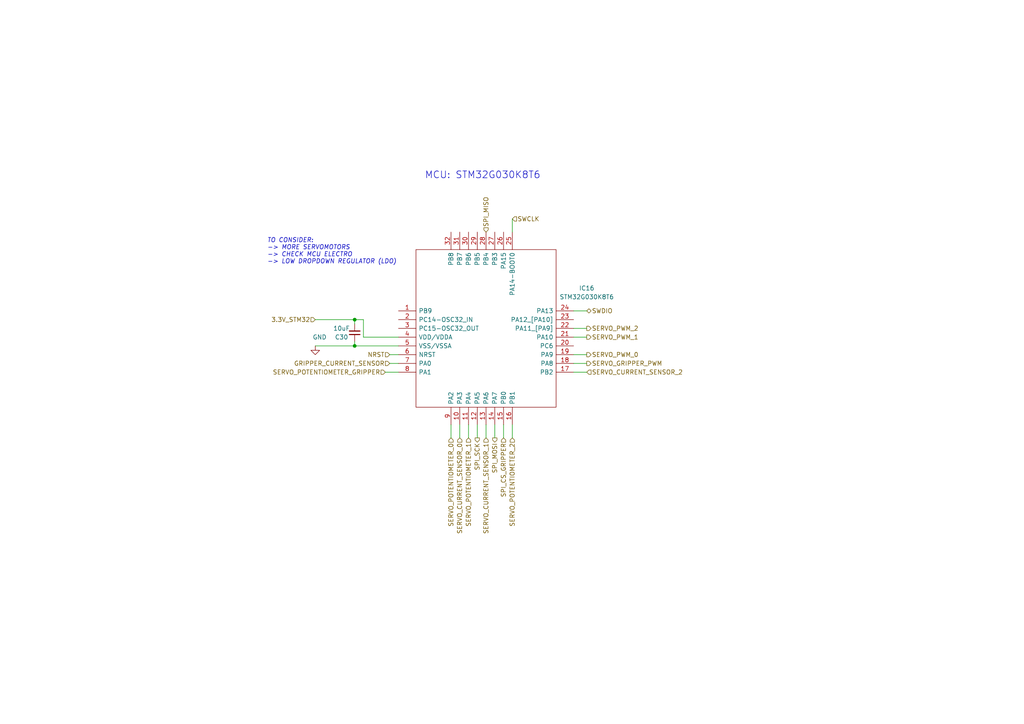
<source format=kicad_sch>
(kicad_sch (version 20230121) (generator eeschema)
  (paper "A4")
  (lib_symbols
    (symbol "Device:C_Small" (pin_numbers hide) (pin_names (offset 0.254) hide)
      (property "Reference" "C" (at 0.254 1.778 0))
      (property "Value" "C_Small" (at 0.254 -2.032 0))
      (symbol "C_Small_0_1"
        (polyline (pts (xy -1.524 -0.508) (xy 1.524 -0.508)) (stroke (width 0.3302)))
        (polyline (pts (xy -1.524 0.508) (xy 1.524 0.508)) (stroke (width 0.3048)))
      )
      (symbol "C_Small_1_1"
        (pin passive line (at 0 2.54 270) (length 2.032) (name "~") (number "1"))
        (pin passive line (at 0 -2.54 90) (length 2.032) (name "~") (number "2"))
      )
    )
    (symbol "STM32G030K8T6:STM32G030K8T6" (pin_names (offset 0.762))
      (property "Reference" "IC" (at 46.99 22.86 0))
      (property "Value" "STM32G030K8T6" (at 46.99 20.32 0))
      (symbol "STM32G030K8T6_0_0"
        (pin passive line (at 0 0 0) (length 5.08) (name "PB9") (number "1"))
        (pin passive line (at 17.78 -33.02 90) (length 5.08) (name "PA3") (number "10"))
        (pin passive line (at 20.32 -33.02 90) (length 5.08) (name "PA4") (number "11"))
        (pin passive line (at 22.86 -33.02 90) (length 5.08) (name "PA5") (number "12"))
        (pin passive line (at 25.4 -33.02 90) (length 5.08) (name "PA6") (number "13"))
        (pin passive line (at 27.94 -33.02 90) (length 5.08) (name "PA7") (number "14"))
        (pin passive line (at 30.48 -33.02 90) (length 5.08) (name "PB0") (number "15"))
        (pin passive line (at 33.02 -33.02 90) (length 5.08) (name "PB1") (number "16"))
        (pin passive line (at 50.8 -17.78 180) (length 5.08) (name "PB2") (number "17"))
        (pin passive line (at 50.8 -15.24 180) (length 5.08) (name "PA8") (number "18"))
        (pin passive line (at 50.8 -12.7 180) (length 5.08) (name "PA9") (number "19"))
        (pin passive line (at 0 -2.54 0) (length 5.08) (name "PC14-OSC32_IN") (number "2"))
        (pin passive line (at 50.8 -10.16 180) (length 5.08) (name "PC6") (number "20"))
        (pin passive line (at 50.8 -7.62 180) (length 5.08) (name "PA10") (number "21"))
        (pin passive line (at 50.8 -5.08 180) (length 5.08) (name "PA11_[PA9]") (number "22"))
        (pin passive line (at 50.8 -2.54 180) (length 5.08) (name "PA12_[PA10]") (number "23"))
        (pin passive line (at 50.8 0 180) (length 5.08) (name "PA13") (number "24"))
        (pin passive line (at 33.02 22.86 270) (length 5.08) (name "PA14-BOOT0") (number "25"))
        (pin passive line (at 30.48 22.86 270) (length 5.08) (name "PA15") (number "26"))
        (pin passive line (at 27.94 22.86 270) (length 5.08) (name "PB3") (number "27"))
        (pin passive line (at 25.4 22.86 270) (length 5.08) (name "PB4") (number "28"))
        (pin passive line (at 22.86 22.86 270) (length 5.08) (name "PB5") (number "29"))
        (pin passive line (at 0 -5.08 0) (length 5.08) (name "PC15-OSC32_OUT") (number "3"))
        (pin passive line (at 20.32 22.86 270) (length 5.08) (name "PB6") (number "30"))
        (pin passive line (at 17.78 22.86 270) (length 5.08) (name "PB7") (number "31"))
        (pin passive line (at 15.24 22.86 270) (length 5.08) (name "PB8") (number "32"))
        (pin passive line (at 0 -7.62 0) (length 5.08) (name "VDD/VDDA") (number "4"))
        (pin passive line (at 0 -10.16 0) (length 5.08) (name "VSS/VSSA") (number "5"))
        (pin passive line (at 0 -12.7 0) (length 5.08) (name "NRST") (number "6"))
        (pin passive line (at 0 -15.24 0) (length 5.08) (name "PA0") (number "7"))
        (pin passive line (at 0 -17.78 0) (length 5.08) (name "PA1") (number "8"))
        (pin passive line (at 15.24 -33.02 90) (length 5.08) (name "PA2") (number "9"))
      )
      (symbol "STM32G030K8T6_0_1"
        (polyline (pts (xy 5.08 17.78) (xy 45.72 17.78) (xy 45.72 -27.94) (xy 5.08 -27.94) (xy 5.08 17.78)) (stroke (width 0.1524)))
      )
    )
    (symbol "power:GND" (power) (pin_names (offset 0))
      (property "Value" "GND" (at 0 -3.81 0))
      (symbol "GND_0_1"
        (polyline (pts (xy 0 0) (xy 0 -1.27) (xy 1.27 -1.27) (xy 0 -2.54) (xy -1.27 -1.27) (xy 0 -1.27)))
      )
      (symbol "GND_1_1"
        (pin power_in line (at 0 0 270) (length 0) hide (name "GND") (number "1"))
      )
    )
  )
  (junction (at 102.87 92.71))
  (junction (at 102.87 100.33))
  (wire (pts (xy 105.41 97.79) (xy 115.57 97.79)))
  (wire (pts (xy 138.43 127) (xy 138.43 123.19)))
  (wire (pts (xy 91.44 92.71) (xy 102.87 92.71)))
  (wire (pts (xy 102.87 92.71) (xy 105.41 92.71)))
  (wire (pts (xy 170.18 107.95) (xy 166.37 107.95)))
  (wire (pts (xy 130.81 123.19) (xy 130.81 127)))
  (wire (pts (xy 113.03 102.87) (xy 115.57 102.87)))
  (wire (pts (xy 170.18 97.79) (xy 166.37 97.79)))
  (wire (pts (xy 146.05 123.19) (xy 146.05 127)))
  (wire (pts (xy 148.59 127) (xy 148.59 123.19)))
  (wire (pts (xy 102.87 100.33) (xy 115.57 100.33)))
  (wire (pts (xy 170.18 90.17) (xy 166.37 90.17)))
  (wire (pts (xy 148.59 63.5) (xy 148.59 67.31)))
  (wire (pts (xy 102.87 99.06) (xy 102.87 100.33)))
  (wire (pts (xy 170.18 102.87) (xy 166.37 102.87)))
  (wire (pts (xy 111.76 107.95) (xy 115.57 107.95)))
  (wire (pts (xy 140.97 123.19) (xy 140.97 127)))
  (wire (pts (xy 105.41 92.71) (xy 105.41 97.79)))
  (wire (pts (xy 143.51 127) (xy 143.51 123.19)))
  (wire (pts (xy 91.44 100.33) (xy 102.87 100.33)))
  (wire (pts (xy 170.18 95.25) (xy 166.37 95.25)))
  (wire (pts (xy 170.18 105.41) (xy 166.37 105.41)))
  (wire (pts (xy 113.03 105.41) (xy 115.57 105.41)))
  (wire (pts (xy 135.89 123.19) (xy 135.89 127)))
  (wire (pts (xy 102.87 92.71) (xy 102.87 93.98)))
  (wire (pts (xy 133.35 127) (xy 133.35 123.19)))
  (text "MCU: STM32G030K8T6" (at 123.19 52.07 0) (effects (font (size 2 2)) (justify left bottom)))
  (text "TO CONSIDER:\n-> MORE SERVOMOTORS\n-> CHECK MCU ELECTRO\n-> LOW DROPDOWN REGULATOR (LDO)\n " (at 77.47 78.74 0) (effects (font (size 1.27 1.27) italic) (justify left bottom)))
  (hierarchical_label "SPI_SCK" (shape output) (at 138.43 127 270) (property "Intersheetrefs" "${INTERSHEET_REFS}" (effects hide)))
  (hierarchical_label "SPI_MOSI" (shape output) (at 143.51 127 270) (property "Intersheetrefs" "${INTERSHEET_REFS}" (effects hide)))
  (hierarchical_label "NRST" (shape input) (at 113.03 102.87 180) (property "Intersheetrefs" "${INTERSHEET_REFS}" (effects hide)))
  (hierarchical_label "SPI_MISO" (shape input) (at 140.97 67.31 90) (property "Intersheetrefs" "${INTERSHEET_REFS}" (effects hide)))
  (hierarchical_label "SERVO_PWM_2" (shape output) (at 170.18 95.25 0))
  (hierarchical_label "SERVO_POTENTIOMETER_1" (shape input) (at 135.89 127 270))
  (hierarchical_label "SWCLK" (shape input) (at 148.59 63.5 0) (property "Intersheetrefs" "${INTERSHEET_REFS}" (effects hide)))
  (hierarchical_label "SWDIO" (shape bidirectional) (at 170.18 90.17 0))
  (hierarchical_label "SERVO_POTENTIOMETER_GRIPPER" (shape input) (at 111.76 107.95 180))
  (hierarchical_label "SERVO_GRIPPER_PWM" (shape output) (at 170.18 105.41 0) (property "Intersheetrefs" "${INTERSHEET_REFS}" (effects hide)))
  (hierarchical_label "SERVO_PWM_0" (shape output) (at 170.18 102.87 0))
  (hierarchical_label "SERVO_CURRENT_SENSOR_1" (shape input) (at 140.97 127 270) (property "Intersheetrefs" "${INTERSHEET_REFS}" (effects hide)))
  (hierarchical_label "SERVO_CURRENT_SENSOR_2" (shape input) (at 170.18 107.95 0) (property "Intersheetrefs" "${INTERSHEET_REFS}" (effects hide)))
  (hierarchical_label "3.3V_STM32" (shape input) (at 91.44 92.71 180))
  (hierarchical_label "SPI_CS_GRIPPER" (shape input) (at 146.05 127 270) (property "Intersheetrefs" "${INTERSHEET_REFS}" (effects hide)))
  (hierarchical_label "SERVO_PWM_1" (shape output) (at 170.18 97.79 0))
  (hierarchical_label "SERVO_POTENTIOMETER_2" (shape input) (at 148.59 127 270))
  (hierarchical_label "GRIPPER_CURRENT_SENSOR" (shape input) (at 113.03 105.41 180) (property "Intersheetrefs" "${INTERSHEET_REFS}" (effects hide)))
  (hierarchical_label "SERVO_CURRENT_SENSOR_0" (shape input) (at 133.35 127 270) (property "Intersheetrefs" "${INTERSHEET_REFS}" (effects hide)))
  (hierarchical_label "SERVO_POTENTIOMETER_0" (shape input) (at 130.81 127 270))
  (symbol (lib_id "Device:C_Small") (at 102.87 96.52 180) (unit 1)
    (property "Reference" "C30" (at 99.06 97.79 0))
    (property "Value" "10uF" (at 99.06 95.25 0))
    (property "Footprint" "Capacitor_SMD:C_0805_2012Metric_Pad1.18x1.45mm_HandSolder" (effects hide))
    (instances (project "Hexapod_Hardware" (path "" (reference "C30") (unit 1)) (path "" (reference "C8") (unit 1))) (project "test_ADC_and_CurrentSensors" (path "" (reference "C9") (unit 1))))
  )
  (symbol (lib_id "STM32G030K8T6:STM32G030K8T6") (at 115.57 90.17 0) (unit 1)
    (property "Reference" "IC16" (at 170.18 83.5912 0))
    (property "Value" "STM32G030K8T6" (at 170.18 86.1312 0))
    (property "Footprint" "Package_QFP:LQFP-32_7x7mm_P0.8mm" (effects hide))
    (property "Datasheet" "https://www.st.com/resource/en/datasheet/stm32g030k8.pdf" (effects hide))
    (property "Description" "ARM Microcontrollers - MCU" (effects hide))
    (property "Height" "1.6" (effects hide))
    (property "Manufacturer_Name" "STMicroelectronics" (effects hide))
    (property "Manufacturer_Part_Number" "STM32G030K8T6" (effects hide))
    (property "Mouser Part Number" "511-STM32G030K8T6" (effects hide))
    (property "Mouser Price/Stock" "https://www.mouser.co.uk/ProductDetail/STMicroelectronics/STM32G030K8T6?qs=uwxL4vQweFNI0iEefyN2tQ%3D%3D" (effects hide))
    (property "Arrow Part Number" "STM32G030K8T6" (effects hide))
    (property "Arrow Price/Stock" "https://www.arrow.com/en/products/stm32g030k8t6/stmicroelectronics?region=nac" (effects hide))
    (instances (project "Hexapod_Hardware" (path "" (reference "IC16") (unit 1)) (path "" (reference "IC4") (unit 1))) (project "test_ADC_and_CurrentSensors" (path "" (reference "IC2") (unit 1))))
  )
  (symbol (lib_id "power:GND") (at 91.44 100.33 0) (unit 1)
    (property "Reference" "#PWR0131" (effects hide))
    (property "Value" "GND" (at 92.71 97.79 0))
    (instances (project "Hexapod_Hardware" (path "" (reference "#PWR0131") (unit 1)) (path "" (reference "#PWR083") (unit 1))) (project "test_ADC_and_CurrentSensors" (path "" (reference "#PWR016") (unit 1))))
  )
)
</source>
